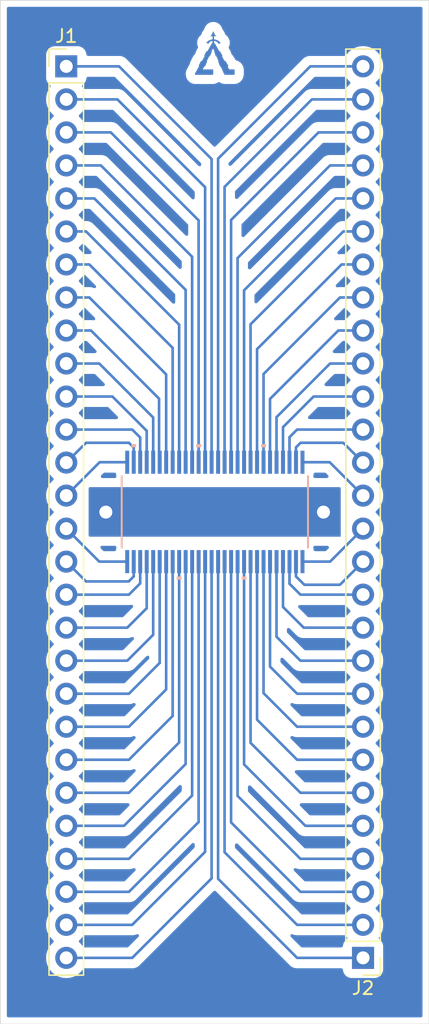
<source format=kicad_pcb>
(kicad_pcb (version 20240108) (generator "pcbnew") (generator_version "8.0")
  (layers (0 "F.Cu" signal) (31 "B.Cu" signal) (34 "B.Paste" user) (35 "F.Paste" user) (36 "B.SilkS" user "B.Silkscreen") (37 "F.SilkS" user "F.Silkscreen") (38 "B.Mask" user) (39 "F.Mask" user) (44 "Edge.Cuts" user))
  (net 0 "")
  (net 1 "INH_A")
  (net 2 "SCLK")
  (net 3 "BST_C")
  (net 4 "EPAD")
  (net 5 "*SCS")
  (net 6 "INH_C")
  (net 7 "BST_BK")
  (net 8 "CP2")
  (net 9 "INH_B")
  (net 10 "SDI")
  (net 11 "INL_B")
  (net 12 "*FAULT")
  (net 13 "SN2")
  (net 14 "AGND")
  (net 15 "PWRGD")
  (net 16 "GL_A")
  (net 17 "INL_A")
  (net 18 "SP1")
  (net 19 "INL_C")
  (net 20 "RT_CLK")
  (net 21 "VDD_SPI")
  (net 22 "SDO")
  (net 23 "SH_B")
  (net 24 "GH_A")
  (net 25 "BST_B")
  (net 26 "BST_A")
  (net 27 "COMP")
  (net 28 "VSENSE")
  (net 29 "DTC")
  (net 30 "EN_BUCK")
  (net 31 "SL_C")
  (net 32 "SH_A")
  (net 33 "DC_CAL")
  (net 34 "PVDD1")
  (net 35 "PVDD2")
  (net 36 "SL_B")
  (net 37 "REF")
  (net 38 "*OCTW")
  (net 39 "GH_C")
  (net 40 "PH")
  (net 41 "AVDD")
  (net 42 "DVDD")
  (net 43 "S02")
  (net 44 "GH_B")
  (net 45 "SL_A")
  (net 46 "SN1")
  (net 47 "PVDD2-")
  (net 48 "SP2")
  (net 49 "GL_B")
  (net 50 "S01")
  (net 51 "SS_TR")
  (net 52 "GL_C")
  (net 53 "SH_C")
  (net 54 "CP1")
  (net 55 "PH-")
  (net 56 "EN_GATE")
  (net 57 "GVDD")
  (footprint "Connector_PinHeader_2.54mm:PinHeader_1x28_P2.54mm_Vertical" (layer "F.Cu") (at 198.9 72.94)
    (property "Reference" "J1")
    (property "Value" "Conn_01x28")
  )
  (footprint "" (layer "F.Cu") (at 218.712 107.23)
    (property "Reference" "")
    (property "Value" "")
  )
  (footprint "imagenes:cdd" (layer "F.Cu") (at 210.203 72.432)
    (property "Reference" "G***" (hide yes))
    (property "Value" "LOGO" (hide yes))
  )
  (footprint "Connector_PinHeader_2.54mm:PinHeader_1x28_P2.54mm_Vertical" (layer "F.Cu") (at 221.76 141.52 180)
    (property "Reference" "J2")
    (property "Value" "Conn_01x28")
  )
  (footprint "DRV8301DCAR:DRV8301DCAR PADGND" (layer "B.Cu") (at 210.345 107.215001 90)
    (property "Reference" "U2" (hide yes))
    (property "Value" "DRV8301DCAR" (hide yes))
  )
  (footprint "" (layer "B.Cu") (at 201.948 107.23 180)
    (property "Reference" "")
    (property "Value" "")
  )
  (gr_line (start 193.82 67.86) (end 226.84 67.86) (stroke (width 0.05)) (layer "Edge.Cuts"))
  (gr_line (start 193.82 146.6) (end 193.82 67.86) (stroke (width 0.05)) (layer "Edge.Cuts"))
  (gr_line (start 226.84 146.6) (end 193.82 146.6) (stroke (width 0.05)) (layer "Edge.Cuts"))
  (gr_line (start 226.84 67.86) (end 226.84 146.6) (stroke (width 0.05)) (layer "Edge.Cuts"))
  (segment (start 209.095003 131.070997) (end 203.726 136.44) (width 0.2) (layer "B.Cu") (net 1))
  (segment (start 209.095003 111.037701) (end 209.095003 131.070997) (width 0.2) (layer "B.Cu") (net 1))
  (segment (start 203.726 136.44) (end 198.9 136.44) (width 0.2) (layer "B.Cu") (net 1))
  (segment (start 216.934 133.9) (end 212.094996 129.060996) (width 0.2) (layer "B.Cu") (net 2))
  (segment (start 212.094996 129.060996) (end 212.094996 111.037701) (width 0.2) (layer "B.Cu") (net 2))
  (segment (start 221.76 133.9) (end 216.934 133.9) (width 0.2) (layer "B.Cu") (net 2))
  (segment (start 201.059 83.1) (end 208.095004 90.136004) (width 0.2) (layer "B.Cu") (net 3))
  (segment (start 198.9 83.1) (end 201.059 83.1) (width 0.2) (layer "B.Cu") (net 3))
  (segment (start 208.095004 90.136004) (end 208.095004 103.392301) (width 0.2) (layer "B.Cu") (net 3))
  (segment (start 202.456 107.23) (end 202.236 107.01) (width 0.2) (layer "B.Cu") (net 4))
  (segment (start 202.676 107.01) (end 202.456 107.23) (width 0.2) (layer "B.Cu") (net 4))
  (segment (start 216.68 126.28) (end 221.76 126.28) (width 0.2) (layer "B.Cu") (net 5))
  (segment (start 213.594994 111.037701) (end 213.594994 123.194994) (width 0.2) (layer "B.Cu") (net 5))
  (segment (start 213.594994 123.194994) (end 216.68 126.28) (width 0.2) (layer "B.Cu") (net 5))
  (segment (start 203.726 126.28) (end 198.9 126.28) (width 0.2) (layer "B.Cu") (net 6))
  (segment (start 207.095006 111.037701) (end 207.095006 122.910994) (width 0.2) (layer "B.Cu") (net 6))
  (segment (start 207.095006 122.910994) (end 203.726 126.28) (width 0.2) (layer "B.Cu") (net 6))
  (segment (start 215.09499 99.92501) (end 215.09499 103.392301) (width 0.2) (layer "B.Cu") (net 7))
  (segment (start 221.76 95.8) (end 219.22 95.8) (width 0.2) (layer "B.Cu") (net 7))
  (segment (start 219.22 95.8) (end 215.09499 99.92501) (width 0.2) (layer "B.Cu") (net 7))
  (segment (start 210.095 135.405) (end 203.98 141.52) (width 0.2) (layer "B.Cu") (net 8))
  (segment (start 203.98 141.52) (end 198.9 141.52) (width 0.2) (layer "B.Cu") (net 8))
  (segment (start 210.095 111.037701) (end 210.095 135.405) (width 0.2) (layer "B.Cu") (net 8))
  (segment (start 203.345 131.36) (end 208.095004 126.609996) (width 0.2) (layer "B.Cu") (net 9))
  (segment (start 208.095004 126.609996) (end 208.095004 111.037701) (width 0.2) (layer "B.Cu") (net 9))
  (segment (start 198.9 131.36) (end 203.345 131.36) (width 0.2) (layer "B.Cu") (net 9))
  (segment (start 213.094994 124.980994) (end 213.094994 111.037701) (width 0.2) (layer "B.Cu") (net 10))
  (segment (start 221.76 128.82) (end 216.934 128.82) (width 0.2) (layer "B.Cu") (net 10))
  (segment (start 216.934 128.82) (end 213.094994 124.980994) (width 0.2) (layer "B.Cu") (net 10))
  (segment (start 203.726 128.82) (end 207.595006 124.950994) (width 0.2) (layer "B.Cu") (net 11))
  (segment (start 207.595006 124.950994) (end 207.595006 111.350707) (width 0.2) (layer "B.Cu") (net 11))
  (segment (start 198.9 128.82) (end 203.726 128.82) (width 0.2) (layer "B.Cu") (net 11))
  (segment (start 214.594991 119.114991) (end 216.68 121.2) (width 0.2) (layer "B.Cu") (net 12))
  (segment (start 214.594991 111.037701) (end 214.594991 119.114991) (width 0.2) (layer "B.Cu") (net 12))
  (segment (start 216.68 121.2) (end 221.76 121.2) (width 0.2) (layer "B.Cu") (net 12))
  (segment (start 203.98 100.88) (end 198.9 100.88) (width 0.2) (layer "B.Cu") (net 13))
  (segment (start 204.595012 101.495012) (end 203.98 100.88) (width 0.2) (layer "B.Cu") (net 13))
  (segment (start 204.595012 103.392301) (end 204.595012 101.495012) (width 0.2) (layer "B.Cu") (net 13))
  (segment (start 203.595014 111.037701) (end 201.437701 111.037701) (width 0.2) (layer "B.Cu") (net 14))
  (segment (start 201.437701 111.037701) (end 198.9 108.5) (width 0.2) (layer "B.Cu") (net 14))
  (segment (start 221.76 116.12) (end 217.188 116.12) (width 0.2) (layer "B.Cu") (net 15))
  (segment (start 217.188 116.12) (end 215.59499 114.52699) (width 0.2) (layer "B.Cu") (net 15))
  (segment (start 215.59499 114.52699) (end 215.59499 111.037701) (width 0.2) (layer "B.Cu") (net 15))
  (segment (start 211.594997 84.756003) (end 218.331 78.02) (width 0.2) (layer "B.Cu") (net 16))
  (segment (start 218.331 78.02) (end 221.76 78.02) (width 0.2) (layer "B.Cu") (net 16))
  (segment (start 211.594997 103.392301) (end 211.594997 84.756003) (width 0.2) (layer "B.Cu") (net 16))
  (segment (start 203.726 133.9) (end 198.9 133.9) (width 0.2) (layer "B.Cu") (net 17))
  (segment (start 208.595004 129.030996) (end 203.726 133.9) (width 0.2) (layer "B.Cu") (net 17))
  (segment (start 208.595004 111.037701) (end 208.595004 129.030996) (width 0.2) (layer "B.Cu") (net 17))
  (segment (start 205.09501 103.392301) (end 205.09501 100.97901) (width 0.2) (layer "B.Cu") (net 18))
  (segment (start 202.456 98.34) (end 198.9 98.34) (width 0.2) (layer "B.Cu") (net 18))
  (segment (start 205.09501 100.97901) (end 202.456 98.34) (width 0.2) (layer "B.Cu") (net 18))
  (segment (start 206.595008 111.037701) (end 206.595008 120.870992) (width 0.2) (layer "B.Cu") (net 19))
  (segment (start 203.726 123.74) (end 198.9 123.74) (width 0.2) (layer "B.Cu") (net 19))
  (segment (start 206.595008 120.870992) (end 203.726 123.74) (width 0.2) (layer "B.Cu") (net 19))
  (segment (start 217.094986 111.037701) (end 219.222299 111.037701) (width 0.2) (layer "B.Cu") (net 20))
  (segment (start 219.222299 111.037701) (end 221.76 108.5) (width 0.2) (layer "B.Cu") (net 20))
  (segment (start 213.594994 103.392301) (end 213.594994 94.694006) (width 0.2) (layer "B.Cu") (net 21))
  (segment (start 213.594994 94.694006) (end 220.109 88.18) (width 0.2) (layer "B.Cu") (net 21))
  (segment (start 220.109 88.18) (end 221.76 88.18) (width 0.2) (layer "B.Cu") (net 21))
  (segment (start 212.594996 126.639996) (end 212.594996 111.037701) (width 0.2) (layer "B.Cu") (net 22))
  (segment (start 217.315 131.36) (end 212.594996 126.639996) (width 0.2) (layer "B.Cu") (net 22))
  (segment (start 221.76 131.36) (end 217.315 131.36) (width 0.2) (layer "B.Cu") (net 22))
  (segment (start 202.837 75.48) (end 198.9 75.48) (width 0.2) (layer "B.Cu") (net 23))
  (segment (start 209.595002 103.392301) (end 209.595002 82.238002) (width 0.2) (layer "B.Cu") (net 23))
  (segment (start 209.595002 82.238002) (end 202.837 75.48) (width 0.2) (layer "B.Cu") (net 23))
  (segment (start 212.594996 103.392301) (end 212.594996 90.169504) (width 0.2) (layer "B.Cu") (net 24))
  (segment (start 219.6645 83.1) (end 221.76 83.1) (width 0.2) (layer "B.Cu") (net 24))
  (segment (start 212.594996 90.169504) (end 219.6645 83.1) (width 0.2) (layer "B.Cu") (net 24))
  (segment (start 217.696 72.94) (end 221.76 72.94) (width 0.2) (layer "B.Cu") (net 25))
  (segment (start 210.595 80.041) (end 217.696 72.94) (width 0.2) (layer "B.Cu") (net 25))
  (segment (start 210.595 103.392301) (end 210.595 80.041) (width 0.2) (layer "B.Cu") (net 25))
  (segment (start 220.75 72.934) (end 220.756 72.94) (width 0.2) (layer "B.Cu") (net 25))
  (segment (start 220.744 72.94) (end 220.75 72.934) (width 0.2) (layer "B.Cu") (net 25))
  (segment (start 220.756 72.94) (end 221.9 72.94) (width 0.2) (layer "B.Cu") (net 25))
  (segment (start 213.094994 103.392301) (end 213.094994 92.781006) (width 0.2) (layer "B.Cu") (net 26))
  (segment (start 213.094994 92.781006) (end 220.236 85.64) (width 0.2) (layer "B.Cu") (net 26))
  (segment (start 220.236 85.64) (end 221.76 85.64) (width 0.2) (layer "B.Cu") (net 26))
  (segment (start 216.594988 112.179103) (end 217.233885 112.818) (width 0.2) (layer "B.Cu") (net 27))
  (segment (start 216.594988 111.037701) (end 216.594988 112.179103) (width 0.2) (layer "B.Cu") (net 27))
  (segment (start 217.233885 112.818) (end 219.982 112.818) (width 0.2) (layer "B.Cu") (net 27))
  (segment (start 219.982 112.818) (end 221.76 111.04) (width 0.2) (layer "B.Cu") (net 27))
  (segment (start 216.934 113.58) (end 221.76 113.58) (width 0.2) (layer "B.Cu") (net 28))
  (segment (start 216.094988 112.740988) (end 216.934 113.58) (width 0.2) (layer "B.Cu") (net 28))
  (segment (start 216.094988 111.037701) (end 216.094988 112.740988) (width 0.2) (layer "B.Cu") (net 28))
  (segment (start 216.68 123.74) (end 221.76 123.74) (width 0.2) (layer "B.Cu") (net 29))
  (segment (start 214.094992 121.154992) (end 216.68 123.74) (width 0.2) (layer "B.Cu") (net 29))
  (segment (start 214.094992 111.037701) (end 214.094992 121.154992) (width 0.2) (layer "B.Cu") (net 29))
  (segment (start 220.236 101.896) (end 221.76 103.42) (width 0.2) (layer "B.Cu") (net 30))
  (segment (start 216.949887 101.896) (end 220.236 101.896) (width 0.2) (layer "B.Cu") (net 30))
  (segment (start 216.594988 103.392301) (end 216.594988 102.250899) (width 0.2) (layer "B.Cu") (net 30))
  (segment (start 216.594988 102.250899) (end 216.949887 101.896) (width 0.2) (layer "B.Cu") (net 30))
  (segment (start 206.095009 103.392301) (end 206.04741 103.344702) (width 0.2) (layer "B.Cu") (net 31))
  (segment (start 200.805 93.26) (end 198.9 93.26) (width 0.2) (layer "B.Cu") (net 31))
  (segment (start 206.04741 98.50241) (end 200.805 93.26) (width 0.2) (layer "B.Cu") (net 31))
  (segment (start 206.04741 103.344702) (end 206.04741 98.50241) (width 0.2) (layer "B.Cu") (net 31))
  (segment (start 219.22 80.56) (end 221.76 80.56) (width 0.2) (layer "B.Cu") (net 32))
  (segment (start 212.094996 103.392301) (end 212.094996 87.685004) (width 0.2) (layer "B.Cu") (net 32))
  (segment (start 212.094996 87.685004) (end 219.22 80.56) (width 0.2) (layer "B.Cu") (net 32))
  (segment (start 216.934 136.44) (end 221.76 136.44) (width 0.2) (layer "B.Cu") (net 33))
  (segment (start 211.594997 131.100997) (end 216.934 136.44) (width 0.2) (layer "B.Cu") (net 33))
  (segment (start 211.594997 111.037701) (end 211.594997 131.100997) (width 0.2) (layer "B.Cu") (net 33))
  (segment (start 203.595014 103.392301) (end 201.467699 103.392301) (width 0.2) (layer "B.Cu") (net 34))
  (segment (start 201.467699 103.392301) (end 198.9 105.96) (width 0.2) (layer "B.Cu") (net 34))
  (segment (start 216.094988 101.465012) (end 216.68 100.88) (width 0.2) (layer "B.Cu") (net 35))
  (segment (start 216.68 100.88) (end 221.76 100.88) (width 0.2) (layer "B.Cu") (net 35))
  (segment (start 216.094988 103.392301) (end 216.094988 101.465012) (width 0.2) (layer "B.Cu") (net 35))
  (segment (start 208.595004 87.588004) (end 208.595004 103.392301) (width 0.2) (layer "B.Cu") (net 36))
  (segment (start 198.9 80.56) (end 201.567 80.56) (width 0.2) (layer "B.Cu") (net 36))
  (segment (start 201.567 80.56) (end 208.595004 87.588004) (width 0.2) (layer "B.Cu") (net 36))
  (segment (start 205.59501 111.037701) (end 205.59501 116.66399) (width 0.2) (layer "B.Cu") (net 37))
  (segment (start 205.59501 116.66399) (end 203.599 118.66) (width 0.2) (layer "B.Cu") (net 37))
  (segment (start 203.599 118.66) (end 198.9 118.66) (width 0.2) (layer "B.Cu") (net 37))
  (segment (start 216.934 118.66) (end 215.09499 116.82099) (width 0.2) (layer "B.Cu") (net 38))
  (segment (start 221.76 118.66) (end 216.934 118.66) (width 0.2) (layer "B.Cu") (net 38))
  (segment (start 215.09499 116.82099) (end 215.09499 111.037701) (width 0.2) (layer "B.Cu") (net 38))
  (segment (start 200.424 85.64) (end 207.595006 92.811006) (width 0.2) (layer "B.Cu") (net 39))
  (segment (start 207.595006 92.811006) (end 207.595006 103.392301) (width 0.2) (layer "B.Cu") (net 39))
  (segment (start 198.9 85.64) (end 200.424 85.64) (width 0.2) (layer "B.Cu") (net 39))
  (segment (start 214.594991 98.520009) (end 219.855 93.26) (width 0.2) (layer "B.Cu") (net 40))
  (segment (start 219.855 93.26) (end 221.76 93.26) (width 0.2) (layer "B.Cu") (net 40))
  (segment (start 214.594991 103.392301) (end 214.594991 98.520009) (width 0.2) (layer "B.Cu") (net 40))
  (segment (start 203.710115 112.564) (end 200.424 112.564) (width 0.2) (layer "B.Cu") (net 41))
  (segment (start 200.424 112.564) (end 198.9 111.04) (width 0.2) (layer "B.Cu") (net 41))
  (segment (start 204.095012 112.179103) (end 203.710115 112.564) (width 0.2) (layer "B.Cu") (net 41))
  (segment (start 204.095012 111.037701) (end 204.095012 112.179103) (width 0.2) (layer "B.Cu") (net 41))
  (segment (start 203.726 121.2) (end 198.9 121.2) (width 0.2) (layer "B.Cu") (net 42))
  (segment (start 206.095009 111.037701) (end 206.095009 118.830991) (width 0.2) (layer "B.Cu") (net 42))
  (segment (start 206.095009 118.830991) (end 203.726 121.2) (width 0.2) (layer "B.Cu") (net 42))
  (segment (start 204.595012 112.710988) (end 203.726 113.58) (width 0.2) (layer "B.Cu") (net 43))
  (segment (start 203.726 113.58) (end 198.9 113.58) (width 0.2) (layer "B.Cu") (net 43))
  (segment (start 204.595012 111.037701) (end 204.595012 112.710988) (width 0.2) (layer "B.Cu") (net 43))
  (segment (start 202.964 72.94) (end 198.9 72.94) (width 0.2) (layer "B.Cu") (net 44))
  (segment (start 210.095 80.071) (end 202.964 72.94) (width 0.2) (layer "B.Cu") (net 44))
  (segment (start 210.095 103.392301) (end 210.095 80.071) (width 0.2) (layer "B.Cu") (net 44))
  (segment (start 211.094998 82.208002) (end 217.823 75.48) (width 0.2) (layer "B.Cu") (net 45))
  (segment (start 217.823 75.48) (end 221.76 75.48) (width 0.2) (layer "B.Cu") (net 45))
  (segment (start 211.094998 103.392301) (end 211.094998 82.208002) (width 0.2) (layer "B.Cu") (net 45))
  (segment (start 198.9 95.8) (end 201.44 95.8) (width 0.2) (layer "B.Cu") (net 46))
  (segment (start 201.44 95.8) (end 205.59501 99.95501) (width 0.2) (layer "B.Cu") (net 46))
  (segment (start 205.59501 99.95501) (end 205.59501 103.392301) (width 0.2) (layer "B.Cu") (net 46))
  (segment (start 215.59499 103.392301) (end 215.59499 100.69501) (width 0.2) (layer "B.Cu") (net 47))
  (segment (start 215.59499 100.69501) (end 217.95 98.34) (width 0.2) (layer "B.Cu") (net 47))
  (segment (start 217.95 98.34) (end 221.76 98.34) (width 0.2) (layer "B.Cu") (net 47))
  (segment (start 204.095012 103.392301) (end 204.095012 102.265012) (width 0.2) (layer "B.Cu") (net 48))
  (segment (start 200.424 101.896) (end 198.9 103.42) (width 0.2) (layer "B.Cu") (net 48))
  (segment (start 203.726 101.896) (end 200.424 101.896) (width 0.2) (layer "B.Cu") (net 48))
  (segment (start 204.095012 102.265012) (end 203.726 101.896) (width 0.2) (layer "B.Cu") (net 48))
  (segment (start 209.095003 103.392301) (end 209.095003 84.786003) (width 0.2) (layer "B.Cu") (net 49))
  (segment (start 202.329 78.02) (end 198.9 78.02) (width 0.2) (layer "B.Cu") (net 49))
  (segment (start 209.095003 84.786003) (end 202.329 78.02) (width 0.2) (layer "B.Cu") (net 49))
  (segment (start 203.599 116.12) (end 198.9 116.12) (width 0.2) (layer "B.Cu") (net 50))
  (segment (start 205.09501 114.62399) (end 203.599 116.12) (width 0.2) (layer "B.Cu") (net 50))
  (segment (start 205.09501 111.037701) (end 205.09501 114.62399) (width 0.2) (layer "B.Cu") (net 50))
  (segment (start 219.192301 103.392301) (end 221.76 105.96) (width 0.2) (layer "B.Cu") (net 51))
  (segment (start 221.38 105.44) (end 221.9 105.96) (width 0.2) (layer "B.Cu") (net 51))
  (segment (start 217.094986 103.392301) (end 219.192301 103.392301) (width 0.2) (layer "B.Cu") (net 51))
  (segment (start 206.595008 103.392301) (end 206.595008 96.637008) (width 0.2) (layer "B.Cu") (net 52))
  (segment (start 206.595008 96.637008) (end 200.678 90.72) (width 0.2) (layer "B.Cu") (net 52))
  (segment (start 200.678 90.72) (end 198.9 90.72) (width 0.2) (layer "B.Cu") (net 52))
  (segment (start 207.095006 94.597006) (end 200.678 88.18) (width 0.2) (layer "B.Cu") (net 53))
  (segment (start 200.678 88.18) (end 198.9 88.18) (width 0.2) (layer "B.Cu") (net 53))
  (segment (start 207.095006 103.392301) (end 207.095006 94.597006) (width 0.2) (layer "B.Cu") (net 53))
  (segment (start 216.68 141.52) (end 221.76 141.52) (width 0.2) (layer "B.Cu") (net 54))
  (segment (start 210.595 111.037701) (end 210.595 135.435) (width 0.2) (layer "B.Cu") (net 54))
  (segment (start 210.595 135.435) (end 216.68 141.52) (width 0.2) (layer "B.Cu") (net 54))
  (segment (start 214.094992 96.607008) (end 219.982 90.72) (width 0.2) (layer "B.Cu") (net 55))
  (segment (start 214.094992 103.392301) (end 214.094992 96.607008) (width 0.2) (layer "B.Cu") (net 55))
  (segment (start 219.982 90.72) (end 221.76 90.72) (width 0.2) (layer "B.Cu") (net 55))
  (segment (start 209.595002 133.364998) (end 203.98 138.98) (width 0.2) (layer "B.Cu") (net 56))
  (segment (start 203.98 138.98) (end 198.9 138.98) (width 0.2) (layer "B.Cu") (net 56))
  (segment (start 209.595002 111.037701) (end 209.595002 133.364998) (width 0.2) (layer "B.Cu") (net 56))
  (segment (start 211.094998 111.037701) (end 211.094998 133.394998) (width 0.2) (layer "B.Cu") (net 57))
  (segment (start 216.68 138.98) (end 221.76 138.98) (width 0.2) (layer "B.Cu") (net 57))
  (segment (start 211.094998 133.394998) (end 216.68 138.98) (width 0.2) (layer "B.Cu") (net 57))
  (zone (net 0) (net_name "") (layer "B.Cu") (name "FILL") (connect_pads no (clearance 0.7)) (min_thickness 0.25) (fill yes (thermal_gap 0.5) (thermal_bridge_width 0.5) (island_removal_mode 1) (island_area_min 10))
    (polygon (pts (xy 193.82 67.86) (xy 226.84 67.86) (xy 226.84 146.6) (xy 193.82 146.6)))
  )
)
</source>
